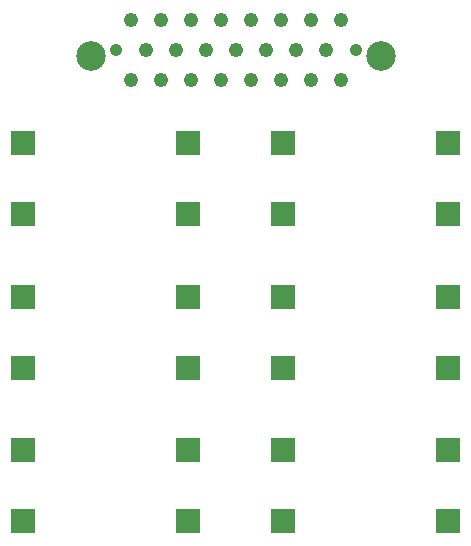
<source format=gts>
%TF.GenerationSoftware,KiCad,Pcbnew,5.1.10*%
%TF.CreationDate,2021-09-29T19:26:35-04:00*%
%TF.ProjectId,sample_jig,73616d70-6c65-45f6-9a69-672e6b696361,rev?*%
%TF.SameCoordinates,Original*%
%TF.FileFunction,Soldermask,Top*%
%TF.FilePolarity,Negative*%
%FSLAX46Y46*%
G04 Gerber Fmt 4.6, Leading zero omitted, Abs format (unit mm)*
G04 Created by KiCad (PCBNEW 5.1.10) date 2021-09-29 19:26:35*
%MOMM*%
%LPD*%
G01*
G04 APERTURE LIST*
%ADD10C,2.500000*%
%ADD11C,1.217000*%
%ADD12C,1.070000*%
%ADD13R,2.000000X2.000000*%
G04 APERTURE END LIST*
D10*
%TO.C,J\u002A\u002A*%
X62770000Y-56610000D03*
X87280000Y-56610000D03*
D11*
X66150000Y-58640000D03*
X67420000Y-56100000D03*
X68690000Y-58640000D03*
X69960000Y-56100000D03*
X71230000Y-58640000D03*
X73770000Y-58640000D03*
X76310000Y-58640000D03*
X78850000Y-58640000D03*
X80120000Y-56100000D03*
X81390000Y-58640000D03*
X82660000Y-56100000D03*
X83930000Y-58640000D03*
D12*
X64880000Y-56100000D03*
D11*
X66150000Y-53560000D03*
X68690000Y-53560000D03*
X71230000Y-53560000D03*
X72500000Y-56100000D03*
X73770000Y-53560000D03*
X75040000Y-56100000D03*
X76310000Y-53560000D03*
X77580000Y-56100000D03*
X78850000Y-53560000D03*
X81390000Y-53560000D03*
X83930000Y-53560000D03*
D12*
X85200000Y-56100000D03*
%TD*%
D13*
%TO.C,REF\u002A\u002A*%
X93000000Y-64000000D03*
%TD*%
%TO.C,REF\u002A\u002A*%
X93000000Y-70000000D03*
%TD*%
%TO.C,REF\u002A\u002A*%
X93000000Y-77000000D03*
%TD*%
%TO.C,REF\u002A\u002A*%
X93000000Y-83000000D03*
%TD*%
%TO.C,REF\u002A\u002A*%
X93000000Y-96000000D03*
%TD*%
%TO.C,REF\u002A\u002A*%
X93000000Y-90000000D03*
%TD*%
%TO.C,REF\u002A\u002A*%
X79000000Y-96000000D03*
%TD*%
%TO.C,REF\u002A\u002A*%
X79000000Y-90000000D03*
%TD*%
%TO.C,7*%
X79000000Y-83000000D03*
%TD*%
%TO.C,REF\u002A\u002A*%
X79000000Y-77000000D03*
%TD*%
%TO.C,REF\u002A\u002A*%
X79000000Y-70000000D03*
%TD*%
%TO.C,REF\u002A\u002A*%
X79000000Y-64000000D03*
%TD*%
%TO.C,REF\u002A\u002A*%
X71000000Y-96000000D03*
%TD*%
%TO.C,REF\u002A\u002A*%
X71000000Y-90000000D03*
%TD*%
%TO.C,REF\u002A\u002A*%
X57000000Y-96000000D03*
%TD*%
%TO.C,REF\u002A\u002A*%
X57000000Y-90000000D03*
%TD*%
%TO.C,REF\u002A\u002A*%
X71000000Y-83000000D03*
%TD*%
%TO.C,REF\u002A\u002A*%
X71000000Y-77000000D03*
%TD*%
%TO.C,REF\u002A\u002A*%
X57000000Y-83000000D03*
%TD*%
%TO.C,REF\u002A\u002A*%
X57000000Y-77000000D03*
%TD*%
%TO.C,REF\u002A\u002A*%
X71000000Y-70000000D03*
%TD*%
%TO.C,REF\u002A\u002A*%
X71000000Y-64000000D03*
%TD*%
%TO.C,REF\u002A\u002A*%
X57000000Y-64000000D03*
%TD*%
%TO.C,REF\u002A\u002A*%
X57000000Y-70000000D03*
%TD*%
M02*

</source>
